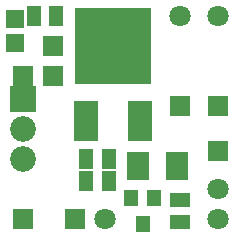
<source format=gts>
G04 (created by PCBNEW (2013-07-07 BZR 4022)-stable) date 10/06/2015 20:15:53*
%MOIN*%
G04 Gerber Fmt 3.4, Leading zero omitted, Abs format*
%FSLAX34Y34*%
G01*
G70*
G90*
G04 APERTURE LIST*
%ADD10C,0.00590551*%
%ADD11R,0.070748X0.070748*%
%ADD12R,0.047248X0.055148*%
%ADD13R,0.075748X0.095748*%
%ADD14R,0.050748X0.070748*%
%ADD15R,0.070748X0.050748*%
%ADD16C,0.070748*%
%ADD17R,0.062948X0.062948*%
%ADD18R,0.080748X0.135748*%
%ADD19R,0.255748X0.255748*%
%ADD20C,0.085748*%
%ADD21R,0.085748X0.085748*%
G04 APERTURE END LIST*
G54D10*
G54D11*
X41500Y-32000D03*
X35000Y-34250D03*
X36000Y-29500D03*
X36000Y-28500D03*
X35000Y-29500D03*
G54D12*
X39000Y-34433D03*
X38625Y-33567D03*
X39375Y-33567D03*
G54D13*
X40150Y-32500D03*
X38850Y-32500D03*
G54D14*
X36125Y-27500D03*
X35375Y-27500D03*
G54D15*
X40250Y-33625D03*
X40250Y-34375D03*
G54D14*
X37875Y-33000D03*
X37125Y-33000D03*
X37125Y-32250D03*
X37875Y-32250D03*
G54D11*
X36750Y-34250D03*
G54D16*
X37750Y-34250D03*
G54D17*
X34750Y-27587D03*
X34750Y-28413D03*
G54D18*
X37100Y-31000D03*
G54D19*
X38000Y-28500D03*
G54D18*
X38900Y-31000D03*
G54D11*
X40250Y-30500D03*
G54D16*
X40250Y-27500D03*
G54D11*
X41500Y-30500D03*
G54D16*
X41500Y-27500D03*
X41500Y-33250D03*
X41500Y-34250D03*
G54D20*
X35000Y-32250D03*
X35000Y-31250D03*
G54D21*
X35000Y-30250D03*
M02*

</source>
